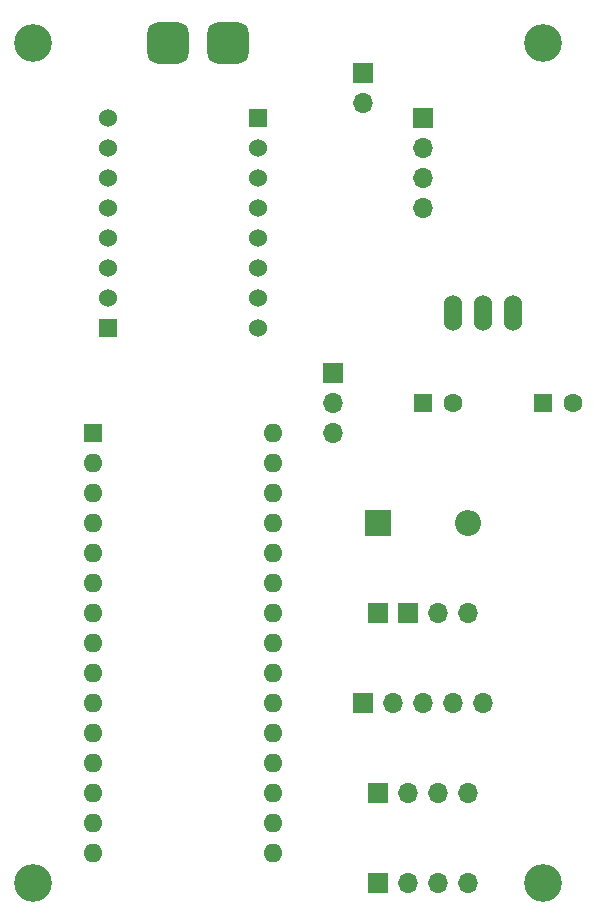
<source format=gbr>
%TF.GenerationSoftware,KiCad,Pcbnew,(6.0.4)*%
%TF.CreationDate,2022-08-04T20:18:12-07:00*%
%TF.ProjectId,l0ckcr4ck3r,6c30636b-6372-4346-936b-33722e6b6963,rev?*%
%TF.SameCoordinates,Original*%
%TF.FileFunction,Soldermask,Top*%
%TF.FilePolarity,Negative*%
%FSLAX46Y46*%
G04 Gerber Fmt 4.6, Leading zero omitted, Abs format (unit mm)*
G04 Created by KiCad (PCBNEW (6.0.4)) date 2022-08-04 20:18:12*
%MOMM*%
%LPD*%
G01*
G04 APERTURE LIST*
G04 Aperture macros list*
%AMRoundRect*
0 Rectangle with rounded corners*
0 $1 Rounding radius*
0 $2 $3 $4 $5 $6 $7 $8 $9 X,Y pos of 4 corners*
0 Add a 4 corners polygon primitive as box body*
4,1,4,$2,$3,$4,$5,$6,$7,$8,$9,$2,$3,0*
0 Add four circle primitives for the rounded corners*
1,1,$1+$1,$2,$3*
1,1,$1+$1,$4,$5*
1,1,$1+$1,$6,$7*
1,1,$1+$1,$8,$9*
0 Add four rect primitives between the rounded corners*
20,1,$1+$1,$2,$3,$4,$5,0*
20,1,$1+$1,$4,$5,$6,$7,0*
20,1,$1+$1,$6,$7,$8,$9,0*
20,1,$1+$1,$8,$9,$2,$3,0*%
G04 Aperture macros list end*
%ADD10R,1.524000X1.524000*%
%ADD11C,1.524000*%
%ADD12R,1.700000X1.700000*%
%ADD13O,1.700000X1.700000*%
%ADD14O,1.524000X3.048000*%
%ADD15C,3.200000*%
%ADD16R,1.600000X1.600000*%
%ADD17C,1.600000*%
%ADD18R,2.200000X2.200000*%
%ADD19O,2.200000X2.200000*%
%ADD20RoundRect,0.875000X0.875000X0.875000X-0.875000X0.875000X-0.875000X-0.875000X0.875000X-0.875000X0*%
%ADD21O,1.600000X1.600000*%
G04 APERTURE END LIST*
D10*
%TO.C,U2*%
X135890000Y-64770000D03*
D11*
X135890000Y-62230000D03*
X135890000Y-59690000D03*
X135890000Y-57150000D03*
X135890000Y-54610000D03*
X135890000Y-52070000D03*
X135890000Y-49530000D03*
X135890000Y-46990000D03*
D10*
X148590000Y-46990000D03*
D11*
X148590000Y-49530000D03*
X148590000Y-52070000D03*
X148590000Y-54610000D03*
X148590000Y-57150000D03*
X148590000Y-59690000D03*
X148590000Y-62230000D03*
X148590000Y-64770000D03*
%TD*%
D12*
%TO.C,M3*%
X161300000Y-88925000D03*
D13*
X163840000Y-88925000D03*
X166380000Y-88925000D03*
%TD*%
D12*
%TO.C,U6*%
X158760000Y-104140000D03*
D13*
X161300000Y-104140000D03*
X163840000Y-104140000D03*
X166380000Y-104140000D03*
%TD*%
D12*
%TO.C,M2*%
X157480000Y-43180000D03*
D13*
X157480000Y-45720000D03*
%TD*%
D12*
%TO.C,U5*%
X158760000Y-111760000D03*
D13*
X161300000Y-111760000D03*
X163840000Y-111760000D03*
X166380000Y-111760000D03*
%TD*%
D14*
%TO.C,U4*%
X165100000Y-63500000D03*
X167640000Y-63500000D03*
X170180000Y-63500000D03*
%TD*%
D12*
%TO.C,M1*%
X162585000Y-47000000D03*
D13*
X162585000Y-49540000D03*
X162585000Y-52080000D03*
X162585000Y-54620000D03*
%TD*%
D15*
%TO.C,REF\u002A\u002A*%
X172720000Y-111785000D03*
%TD*%
D12*
%TO.C,M4*%
X154940000Y-68580000D03*
D13*
X154940000Y-71120000D03*
X154940000Y-73660000D03*
%TD*%
D15*
%TO.C,REF\u002A\u002A*%
X129540000Y-40640000D03*
%TD*%
D16*
%TO.C,C1*%
X162560000Y-71120000D03*
D17*
X165060000Y-71120000D03*
%TD*%
D12*
%TO.C,U3*%
X157510000Y-96520000D03*
D13*
X160050000Y-96520000D03*
X162590000Y-96520000D03*
X165130000Y-96520000D03*
X167670000Y-96520000D03*
%TD*%
D18*
%TO.C,D1*%
X158750000Y-81305000D03*
D19*
X166370000Y-81305000D03*
%TD*%
D20*
%TO.C,U1*%
X146050000Y-40640000D03*
X140970000Y-40640000D03*
%TD*%
D16*
%TO.C,C2*%
X172720000Y-71120000D03*
D17*
X175220000Y-71120000D03*
%TD*%
D15*
%TO.C,REF\u002A\u002A*%
X129540000Y-111760000D03*
%TD*%
%TO.C,REF\u002A\u002A*%
X172720000Y-40665000D03*
%TD*%
D16*
%TO.C,A1*%
X134620000Y-73660000D03*
D21*
X134620000Y-76200000D03*
X134620000Y-78740000D03*
X134620000Y-81280000D03*
X134620000Y-83820000D03*
X134620000Y-86360000D03*
X134620000Y-88900000D03*
X134620000Y-91440000D03*
X134620000Y-93980000D03*
X134620000Y-96520000D03*
X134620000Y-99060000D03*
X134620000Y-101600000D03*
X134620000Y-104140000D03*
X134620000Y-106680000D03*
X134620000Y-109220000D03*
X149860000Y-109220000D03*
X149860000Y-106680000D03*
X149860000Y-104140000D03*
X149860000Y-101600000D03*
X149860000Y-99060000D03*
X149860000Y-96520000D03*
X149860000Y-93980000D03*
X149860000Y-91440000D03*
X149860000Y-88900000D03*
X149860000Y-86360000D03*
X149860000Y-83820000D03*
X149860000Y-81280000D03*
X149860000Y-78740000D03*
X149860000Y-76200000D03*
X149860000Y-73660000D03*
%TD*%
D12*
%TO.C,J1*%
X158760000Y-88925000D03*
%TD*%
M02*

</source>
